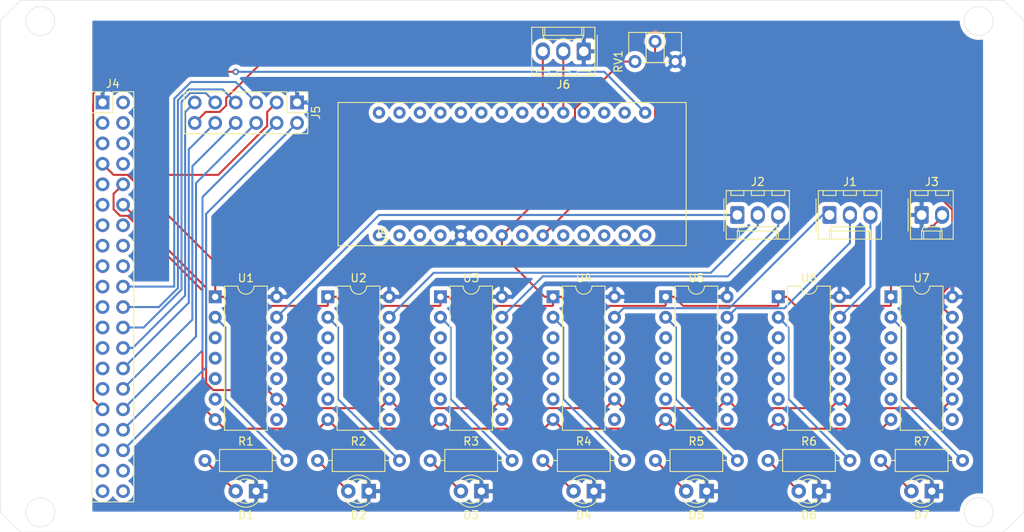
<source format=kicad_pcb>
(kicad_pcb (version 20171130) (host pcbnew 5.1.5+dfsg1-2build2)
  (layers (0 F.Cu signal) (31 B.Cu signal) (34 B.Paste user) (35 F.Paste user) (36 B.SilkS user) (37 F.SilkS user) (38 B.Mask user) (39 F.Mask user) (44 Edge.Cuts user))
  (net 0 "")
  (net 1 "Net-(D1-Pad2)")
  (net 2 GND)
  (net 3 "Net-(D2-Pad2)")
  (net 4 "Net-(D3-Pad2)")
  (net 5 "Net-(D4-Pad2)")
  (net 6 "Net-(D5-Pad2)")
  (net 7 "Net-(D6-Pad2)")
  (net 8 "Net-(D7-Pad2)")
  (net 9 /RFID6)
  (net 10 /RFID5)
  (net 11 /RFID4)
  (net 12 /RFID3)
  (net 13 /RFID2)
  (net 14 /RFID1)
  (net 15 +5V)
  (net 16 "Net-(J4-Pad40)")
  (net 17 "Net-(J4-Pad39)")
  (net 18 "Net-(J4-Pad38)")
  (net 19 "Net-(J4-Pad37)")
  (net 20 "Net-(J4-Pad36)")
  (net 21 "Net-(J4-Pad35)")
  (net 22 "Net-(J4-Pad34)")
  (net 23 "Net-(J4-Pad33)")
  (net 24 "Net-(J4-Pad32)")
  (net 25 "Net-(J4-Pad31)")
  (net 26 "Net-(J4-Pad30)")
  (net 27 "Net-(J4-Pad29)")
  (net 28 "Net-(J4-Pad28)")
  (net 29 "Net-(J4-Pad27)")
  (net 30 "Net-(J4-Pad26)")
  (net 31 "Net-(J4-Pad25)")
  (net 32 "Net-(J4-Pad24)")
  (net 33 "Net-(J4-Pad23)")
  (net 34 "Net-(J4-Pad22)")
  (net 35 "Net-(J4-Pad21)")
  (net 36 "Net-(J4-Pad20)")
  (net 37 "Net-(J4-Pad19)")
  (net 38 "Net-(J4-Pad18)")
  (net 39 "Net-(J4-Pad17)")
  (net 40 "Net-(J4-Pad16)")
  (net 41 "Net-(J4-Pad15)")
  (net 42 "Net-(J4-Pad14)")
  (net 43 "Net-(J4-Pad13)")
  (net 44 /SDA)
  (net 45 "Net-(J4-Pad11)")
  (net 46 /SCL)
  (net 47 "Net-(J4-Pad9)")
  (net 48 "Net-(J4-Pad8)")
  (net 49 "Net-(J4-Pad6)")
  (net 50 "Net-(J4-Pad5)")
  (net 51 "Net-(J4-Pad4)")
  (net 52 "Net-(J4-Pad3)")
  (net 53 "Net-(J4-Pad2)")
  (net 54 "Net-(J5-Pad12)")
  (net 55 "Net-(J6-Pad3)")
  (net 56 "Net-(J6-Pad2)")
  (net 57 "Net-(R1-Pad2)")
  (net 58 "Net-(R2-Pad2)")
  (net 59 "Net-(R3-Pad2)")
  (net 60 "Net-(R4-Pad2)")
  (net 61 "Net-(R5-Pad2)")
  (net 62 "Net-(R6-Pad2)")
  (net 63 "Net-(R7-Pad2)")
  (net 64 "Net-(RV1-Pad2)")
  (net 65 "Net-(U1-Pad6)")
  (net 66 "Net-(U1-Pad12)")
  (net 67 "Net-(U1-Pad5)")
  (net 68 "Net-(U1-Pad11)")
  (net 69 "Net-(U1-Pad4)")
  (net 70 "Net-(U1-Pad10)")
  (net 71 "Net-(U1-Pad3)")
  (net 72 "Net-(U1-Pad8)")
  (net 73 "Net-(U2-Pad6)")
  (net 74 "Net-(U2-Pad12)")
  (net 75 "Net-(U2-Pad5)")
  (net 76 "Net-(U2-Pad11)")
  (net 77 "Net-(U2-Pad4)")
  (net 78 "Net-(U2-Pad10)")
  (net 79 "Net-(U2-Pad3)")
  (net 80 "Net-(U2-Pad8)")
  (net 81 "Net-(U3-Pad6)")
  (net 82 "Net-(U3-Pad12)")
  (net 83 "Net-(U3-Pad5)")
  (net 84 "Net-(U3-Pad11)")
  (net 85 "Net-(U3-Pad4)")
  (net 86 "Net-(U3-Pad10)")
  (net 87 "Net-(U3-Pad3)")
  (net 88 "Net-(U3-Pad8)")
  (net 89 "Net-(U4-Pad6)")
  (net 90 "Net-(U4-Pad12)")
  (net 91 "Net-(U4-Pad5)")
  (net 92 "Net-(U4-Pad11)")
  (net 93 "Net-(U4-Pad4)")
  (net 94 "Net-(U4-Pad10)")
  (net 95 "Net-(U4-Pad3)")
  (net 96 "Net-(U4-Pad8)")
  (net 97 "Net-(U5-Pad6)")
  (net 98 "Net-(U5-Pad12)")
  (net 99 "Net-(U5-Pad5)")
  (net 100 "Net-(U5-Pad11)")
  (net 101 "Net-(U5-Pad4)")
  (net 102 "Net-(U5-Pad10)")
  (net 103 "Net-(U5-Pad3)")
  (net 104 "Net-(U5-Pad8)")
  (net 105 "Net-(U6-Pad6)")
  (net 106 "Net-(U6-Pad12)")
  (net 107 "Net-(U6-Pad5)")
  (net 108 "Net-(U6-Pad11)")
  (net 109 "Net-(U6-Pad4)")
  (net 110 "Net-(U6-Pad10)")
  (net 111 "Net-(U6-Pad3)")
  (net 112 "Net-(U6-Pad8)")
  (net 113 "Net-(U7-Pad6)")
  (net 114 "Net-(U7-Pad12)")
  (net 115 "Net-(U7-Pad5)")
  (net 116 "Net-(U7-Pad11)")
  (net 117 "Net-(U7-Pad4)")
  (net 118 "Net-(U7-Pad10)")
  (net 119 "Net-(U7-Pad3)")
  (net 120 "Net-(U7-Pad8)")
  (net 121 "Net-(U8-Pad28)")
  (net 122 "Net-(U8-Pad27)")
  (net 123 "Net-(U8-Pad26)")
  (net 124 "Net-(U8-Pad25)")
  (net 125 "Net-(U8-Pad24)")
  (net 126 "Net-(U8-Pad23)")
  (net 127 "Net-(U8-Pad22)")
  (net 128 "Net-(U8-Pad21)")
  (net 129 "Net-(U8-Pad18)")
  (net 130 "Net-(U8-Pad17)")
  (net 131 "Net-(U8-Pad16)")
  (net 132 "Net-(U8-Pad14)")
  (net 133 "Net-(U8-Pad13)")
  (net 134 "Net-(U8-Pad12)")
  (net 135 "Net-(U8-Pad11)")
  (net 136 "Net-(U8-Pad10)")
  (net 137 "Net-(U8-Pad8)")
  (net 138 "Net-(U8-Pad6)")
  (net 139 "Net-(U8-Pad4)")
  (net 140 "Net-(U8-Pad3)")
  (net 141 "Net-(U8-Pad2)")
  (net 142 "Net-(U8-Pad1)")
  (module LED_THT:LED_D3.0mm (layer F.Cu) (at 115.57 119.38 180)
    (fp_text reference D1 (at 1.27 -2.96) (layer F.SilkS))
    (fp_text value LED)
    (pad 2 thru_hole circle (at 2.54 0 180) (size 1.8 1.8) (drill 0.9) (layers *.Cu *.Mask) (net 1 "Net-(D1-Pad2)"))
    (pad 1 thru_hole rect (at 0 0 180) (size 1.8 1.8) (drill 0.9) (layers *.Cu *.Mask) (net 2 GND))
  )
  (module LED_THT:LED_D3.0mm (layer F.Cu) (at 129.54 119.38 180)
    (fp_text reference D2 (at 1.27 -2.96) (layer F.SilkS))
    (fp_text value LED)
    (pad 1 thru_hole rect (at 0 0 180) (size 1.8 1.8) (drill 0.9) (layers *.Cu *.Mask) (net 2 GND))
    (pad 2 thru_hole circle (at 2.54 0 180) (size 1.8 1.8) (drill 0.9) (layers *.Cu *.Mask) (net 3 "Net-(D2-Pad2)"))
  )
  (module LED_THT:LED_D3.0mm (layer F.Cu) (at 143.51 119.38 180)
    (fp_text reference D3 (at 1.27 -2.96) (layer F.SilkS))
    (fp_text value LED)
    (pad 2 thru_hole circle (at 2.54 0 180) (size 1.8 1.8) (drill 0.9) (layers *.Cu *.Mask) (net 4 "Net-(D3-Pad2)"))
    (pad 1 thru_hole rect (at 0 0 180) (size 1.8 1.8) (drill 0.9) (layers *.Cu *.Mask) (net 2 GND))
  )
  (module LED_THT:LED_D3.0mm (layer F.Cu) (at 157.48 119.38 180)
    (fp_text reference D4 (at 1.27 -2.96) (layer F.SilkS))
    (fp_text value LED)
    (pad 1 thru_hole rect (at 0 0 180) (size 1.8 1.8) (drill 0.9) (layers *.Cu *.Mask) (net 2 GND))
    (pad 2 thru_hole circle (at 2.54 0 180) (size 1.8 1.8) (drill 0.9) (layers *.Cu *.Mask) (net 5 "Net-(D4-Pad2)"))
  )
  (module LED_THT:LED_D3.0mm (layer F.Cu) (at 171.45 119.38 180)
    (fp_text reference D5 (at 1.27 -2.96) (layer F.SilkS))
    (fp_text value LED)
    (pad 2 thru_hole circle (at 2.54 0 180) (size 1.8 1.8) (drill 0.9) (layers *.Cu *.Mask) (net 6 "Net-(D5-Pad2)"))
    (pad 1 thru_hole rect (at 0 0 180) (size 1.8 1.8) (drill 0.9) (layers *.Cu *.Mask) (net 2 GND))
  )
  (module LED_THT:LED_D3.0mm (layer F.Cu) (at 185.42 119.38 180)
    (fp_text reference D6 (at 1.27 -2.96) (layer F.SilkS))
    (fp_text value LED)
    (pad 1 thru_hole rect (at 0 0 180) (size 1.8 1.8) (drill 0.9) (layers *.Cu *.Mask) (net 2 GND))
    (pad 2 thru_hole circle (at 2.54 0 180) (size 1.8 1.8) (drill 0.9) (layers *.Cu *.Mask) (net 7 "Net-(D6-Pad2)"))
  )
  (module LED_THT:LED_D3.0mm (layer F.Cu) (at 199.39 119.38 180)
    (fp_text reference D7 (at 1.27 -2.96) (layer F.SilkS))
    (fp_text value LED)
    (pad 1 thru_hole rect (at 0 0 180) (size 1.8 1.8) (drill 0.9) (layers *.Cu *.Mask) (net 2 GND))
    (pad 2 thru_hole circle (at 2.54 0 180) (size 1.8 1.8) (drill 0.9) (layers *.Cu *.Mask) (net 8 "Net-(D7-Pad2)"))
  )
  (module Connector_Molex:Molex_KK-254_AE-6410-03A_1x03_P2.54mm_Vertical (layer F.Cu) (at 186.69 85.09)
    (fp_text reference J1 (at 2.54 -4.12) (layer F.SilkS))
    (fp_text value Conn_01x03)
    (pad 3 thru_hole oval (at 5.08 0) (size 1.74 2.2) (drill 1.2) (layers *.Cu *.Mask) (net 9 /RFID6))
    (pad 2 thru_hole oval (at 2.54 0) (size 1.74 2.2) (drill 1.2) (layers *.Cu *.Mask) (net 10 /RFID5))
    (pad 1 thru_hole roundrect (at 0 0) (size 1.74 2.2) (drill 1.2) (layers *.Cu *.Mask) (roundrect_rratio 0.143678) (net 11 /RFID4))
  )
  (module Connector_Molex:Molex_KK-254_AE-6410-03A_1x03_P2.54mm_Vertical (layer F.Cu) (at 175.26 85.09)
    (fp_text reference J2 (at 2.54 -4.12) (layer F.SilkS))
    (fp_text value Conn_01x03)
    (pad 1 thru_hole roundrect (at 0 0) (size 1.74 2.2) (drill 1.2) (layers *.Cu *.Mask) (roundrect_rratio 0.143678) (net 14 /RFID1))
    (pad 2 thru_hole oval (at 2.54 0) (size 1.74 2.2) (drill 1.2) (layers *.Cu *.Mask) (net 13 /RFID2))
    (pad 3 thru_hole oval (at 5.08 0) (size 1.74 2.2) (drill 1.2) (layers *.Cu *.Mask) (net 12 /RFID3))
  )
  (module Connector_Molex:Molex_KK-254_AE-6410-02A_1x02_P2.54mm_Vertical (layer F.Cu) (at 198.12 85.09)
    (fp_text reference J3 (at 1.27 -4.12) (layer F.SilkS))
    (fp_text value Conn_01x02)
    (pad 1 thru_hole roundrect (at 0 0) (size 1.74 2.2) (drill 1.2) (layers *.Cu *.Mask) (roundrect_rratio 0.143678) (net 2 GND))
    (pad 2 thru_hole oval (at 2.54 0) (size 1.74 2.2) (drill 1.2) (layers *.Cu *.Mask) (net 15 +5V))
  )
  (module Connector_PinHeader_2.54mm:PinHeader_2x20_P2.54mm_Vertical (layer F.Cu) (at 96.52 71.12)
    (fp_text reference J4 (at 1.27 -2.33) (layer F.SilkS))
    (fp_text value SMM_Mega_Shield_Connector)
    (pad 1 thru_hole rect (at 0 0) (size 1.7 1.7) (drill 1) (layers *.Cu *.Mask) (net 2 GND))
    (pad 2 thru_hole oval (at 2.54 0) (size 1.7 1.7) (drill 1) (layers *.Cu *.Mask) (net 53 "Net-(J4-Pad2)"))
    (pad 3 thru_hole oval (at 0 2.54) (size 1.7 1.7) (drill 1) (layers *.Cu *.Mask) (net 52 "Net-(J4-Pad3)"))
    (pad 4 thru_hole oval (at 2.54 2.54) (size 1.7 1.7) (drill 1) (layers *.Cu *.Mask) (net 51 "Net-(J4-Pad4)"))
    (pad 5 thru_hole oval (at 0 5.08) (size 1.7 1.7) (drill 1) (layers *.Cu *.Mask) (net 50 "Net-(J4-Pad5)"))
    (pad 6 thru_hole oval (at 2.54 5.08) (size 1.7 1.7) (drill 1) (layers *.Cu *.Mask) (net 49 "Net-(J4-Pad6)"))
    (pad 7 thru_hole oval (at 0 7.62) (size 1.7 1.7) (drill 1) (layers *.Cu *.Mask) (net 15 +5V))
    (pad 8 thru_hole oval (at 2.54 7.62) (size 1.7 1.7) (drill 1) (layers *.Cu *.Mask) (net 48 "Net-(J4-Pad8)"))
    (pad 9 thru_hole oval (at 0 10.16) (size 1.7 1.7) (drill 1) (layers *.Cu *.Mask) (net 47 "Net-(J4-Pad9)"))
    (pad 10 thru_hole oval (at 2.54 10.16) (size 1.7 1.7) (drill 1) (layers *.Cu *.Mask) (net 46 /SCL))
    (pad 11 thru_hole oval (at 0 12.7) (size 1.7 1.7) (drill 1) (layers *.Cu *.Mask) (net 45 "Net-(J4-Pad11)"))
    (pad 12 thru_hole oval (at 2.54 12.7) (size 1.7 1.7) (drill 1) (layers *.Cu *.Mask) (net 44 /SDA))
    (pad 13 thru_hole oval (at 0 15.24) (size 1.7 1.7) (drill 1) (layers *.Cu *.Mask) (net 43 "Net-(J4-Pad13)"))
    (pad 14 thru_hole oval (at 2.54 15.24) (size 1.7 1.7) (drill 1) (layers *.Cu *.Mask) (net 42 "Net-(J4-Pad14)"))
    (pad 15 thru_hole oval (at 0 17.78) (size 1.7 1.7) (drill 1) (layers *.Cu *.Mask) (net 41 "Net-(J4-Pad15)"))
    (pad 16 thru_hole oval (at 2.54 17.78) (size 1.7 1.7) (drill 1) (layers *.Cu *.Mask) (net 40 "Net-(J4-Pad16)"))
    (pad 17 thru_hole oval (at 0 20.32) (size 1.7 1.7) (drill 1) (layers *.Cu *.Mask) (net 39 "Net-(J4-Pad17)"))
    (pad 18 thru_hole oval (at 2.54 20.32) (size 1.7 1.7) (drill 1) (layers *.Cu *.Mask) (net 38 "Net-(J4-Pad18)"))
    (pad 19 thru_hole oval (at 0 22.86) (size 1.7 1.7) (drill 1) (layers *.Cu *.Mask) (net 37 "Net-(J4-Pad19)"))
    (pad 20 thru_hole oval (at 2.54 22.86) (size 1.7 1.7) (drill 1) (layers *.Cu *.Mask) (net 36 "Net-(J4-Pad20)"))
    (pad 21 thru_hole oval (at 0 25.4) (size 1.7 1.7) (drill 1) (layers *.Cu *.Mask) (net 35 "Net-(J4-Pad21)"))
    (pad 22 thru_hole oval (at 2.54 25.4) (size 1.7 1.7) (drill 1) (layers *.Cu *.Mask) (net 34 "Net-(J4-Pad22)"))
    (pad 23 thru_hole oval (at 0 27.94) (size 1.7 1.7) (drill 1) (layers *.Cu *.Mask) (net 33 "Net-(J4-Pad23)"))
    (pad 24 thru_hole oval (at 2.54 27.94) (size 1.7 1.7) (drill 1) (layers *.Cu *.Mask) (net 32 "Net-(J4-Pad24)"))
    (pad 25 thru_hole oval (at 0 30.48) (size 1.7 1.7) (drill 1) (layers *.Cu *.Mask) (net 31 "Net-(J4-Pad25)"))
    (pad 26 thru_hole oval (at 2.54 30.48) (size 1.7 1.7) (drill 1) (layers *.Cu *.Mask) (net 30 "Net-(J4-Pad26)"))
    (pad 27 thru_hole oval (at 0 33.02) (size 1.7 1.7) (drill 1) (layers *.Cu *.Mask) (net 29 "Net-(J4-Pad27)"))
    (pad 28 thru_hole oval (at 2.54 33.02) (size 1.7 1.7) (drill 1) (layers *.Cu *.Mask) (net 28 "Net-(J4-Pad28)"))
    (pad 29 thru_hole oval (at 0 35.56) (size 1.7 1.7) (drill 1) (layers *.Cu *.Mask) (net 27 "Net-(J4-Pad29)"))
    (pad 30 thru_hole oval (at 2.54 35.56) (size 1.7 1.7) (drill 1) (layers *.Cu *.Mask) (net 26 "Net-(J4-Pad30)"))
    (pad 31 thru_hole oval (at 0 38.1) (size 1.7 1.7) (drill 1) (layers *.Cu *.Mask) (net 25 "Net-(J4-Pad31)"))
    (pad 32 thru_hole oval (at 2.54 38.1) (size 1.7 1.7) (drill 1) (layers *.Cu *.Mask) (net 24 "Net-(J4-Pad32)"))
    (pad 33 thru_hole oval (at 0 40.64) (size 1.7 1.7) (drill 1) (layers *.Cu *.Mask) (net 23 "Net-(J4-Pad33)"))
    (pad 34 thru_hole oval (at 2.54 40.64) (size 1.7 1.7) (drill 1) (layers *.Cu *.Mask) (net 22 "Net-(J4-Pad34)"))
    (pad 35 thru_hole oval (at 0 43.18) (size 1.7 1.7) (drill 1) (layers *.Cu *.Mask) (net 21 "Net-(J4-Pad35)"))
    (pad 36 thru_hole oval (at 2.54 43.18) (size 1.7 1.7) (drill 1) (layers *.Cu *.Mask) (net 20 "Net-(J4-Pad36)"))
    (pad 37 thru_hole oval (at 0 45.72) (size 1.7 1.7) (drill 1) (layers *.Cu *.Mask) (net 19 "Net-(J4-Pad37)"))
    (pad 38 thru_hole oval (at 2.54 45.72) (size 1.7 1.7) (drill 1) (layers *.Cu *.Mask) (net 18 "Net-(J4-Pad38)"))
    (pad 39 thru_hole oval (at 0 48.26) (size 1.7 1.7) (drill 1) (layers *.Cu *.Mask) (net 17 "Net-(J4-Pad39)"))
    (pad 40 thru_hole oval (at 2.54 48.26) (size 1.7 1.7) (drill 1) (layers *.Cu *.Mask) (net 16 "Net-(J4-Pad40)"))
  )
  (module Connector_PinHeader_2.54mm:PinHeader_2x06_P2.54mm_Vertical (layer F.Cu) (at 120.65 71.12 270)
    (fp_text reference J5 (at 1.27 -2.33 90) (layer F.SilkS))
    (fp_text value Conn_02x06_Odd_Even)
    (pad 1 thru_hole rect (at 0 0 270) (size 1.7 1.7) (drill 1) (layers *.Cu *.Mask) (net 2 GND))
    (pad 2 thru_hole oval (at 2.54 0 270) (size 1.7 1.7) (drill 1) (layers *.Cu *.Mask) (net 20 "Net-(J4-Pad36)"))
    (pad 3 thru_hole oval (at 0 2.54 270) (size 1.7 1.7) (drill 1) (layers *.Cu *.Mask) (net 15 +5V))
    (pad 4 thru_hole oval (at 2.54 2.54 270) (size 1.7 1.7) (drill 1) (layers *.Cu *.Mask) (net 22 "Net-(J4-Pad34)"))
    (pad 5 thru_hole oval (at 0 5.08 270) (size 1.7 1.7) (drill 1) (layers *.Cu *.Mask) (net 36 "Net-(J4-Pad20)"))
    (pad 6 thru_hole oval (at 2.54 5.08 270) (size 1.7 1.7) (drill 1) (layers *.Cu *.Mask) (net 24 "Net-(J4-Pad32)"))
    (pad 7 thru_hole oval (at 0 7.62 270) (size 1.7 1.7) (drill 1) (layers *.Cu *.Mask) (net 34 "Net-(J4-Pad22)"))
    (pad 8 thru_hole oval (at 2.54 7.62 270) (size 1.7 1.7) (drill 1) (layers *.Cu *.Mask) (net 26 "Net-(J4-Pad30)"))
    (pad 9 thru_hole oval (at 0 10.16 270) (size 1.7 1.7) (drill 1) (layers *.Cu *.Mask) (net 32 "Net-(J4-Pad24)"))
    (pad 10 thru_hole oval (at 2.54 10.16 270) (size 1.7 1.7) (drill 1) (layers *.Cu *.Mask) (net 28 "Net-(J4-Pad28)"))
    (pad 11 thru_hole oval (at 0 12.7 270) (size 1.7 1.7) (drill 1) (layers *.Cu *.Mask) (net 30 "Net-(J4-Pad26)"))
    (pad 12 thru_hole oval (at 2.54 12.7 270) (size 1.7 1.7) (drill 1) (layers *.Cu *.Mask) (net 54 "Net-(J5-Pad12)"))
  )
  (module Connector_Molex:Molex_KK-254_AE-6410-03A_1x03_P2.54mm_Vertical (layer F.Cu) (at 156.21 64.77 180)
    (fp_text reference J6 (at 2.54 -4.12) (layer F.SilkS))
    (fp_text value Conn_01x03)
    (pad 1 thru_hole roundrect (at 0 0 180) (size 1.74 2.2) (drill 1.2) (layers *.Cu *.Mask) (roundrect_rratio 0.143678) (net 2 GND))
    (pad 2 thru_hole oval (at 2.54 0 180) (size 1.74 2.2) (drill 1.2) (layers *.Cu *.Mask) (net 56 "Net-(J6-Pad2)"))
    (pad 3 thru_hole oval (at 5.08 0 180) (size 1.74 2.2) (drill 1.2) (layers *.Cu *.Mask) (net 55 "Net-(J6-Pad3)"))
  )
  (module Resistor_THT:R_Axial_DIN0207_L6.3mm_D2.5mm_P10.16mm_Horizontal (layer F.Cu) (at 109.22 115.57)
    (fp_text reference R1 (at 5.08 -2.37) (layer F.SilkS))
    (fp_text value R)
    (pad 1 thru_hole circle (at 0 0) (size 1.6 1.6) (drill 0.8) (layers *.Cu *.Mask) (net 1 "Net-(D1-Pad2)"))
    (pad 2 thru_hole oval (at 10.16 0) (size 1.6 1.6) (drill 0.8) (layers *.Cu *.Mask) (net 57 "Net-(R1-Pad2)"))
  )
  (module Resistor_THT:R_Axial_DIN0207_L6.3mm_D2.5mm_P10.16mm_Horizontal (layer F.Cu) (at 123.19 115.57)
    (fp_text reference R2 (at 5.08 -2.37) (layer F.SilkS))
    (fp_text value R)
    (pad 1 thru_hole circle (at 0 0) (size 1.6 1.6) (drill 0.8) (layers *.Cu *.Mask) (net 3 "Net-(D2-Pad2)"))
    (pad 2 thru_hole oval (at 10.16 0) (size 1.6 1.6) (drill 0.8) (layers *.Cu *.Mask) (net 58 "Net-(R2-Pad2)"))
  )
  (module Resistor_THT:R_Axial_DIN0207_L6.3mm_D2.5mm_P10.16mm_Horizontal (layer F.Cu) (at 137.16 115.57)
    (fp_text reference R3 (at 5.08 -2.37) (layer F.SilkS))
    (fp_text value R)
    (pad 1 thru_hole circle (at 0 0) (size 1.6 1.6) (drill 0.8) (layers *.Cu *.Mask) (net 4 "Net-(D3-Pad2)"))
    (pad 2 thru_hole oval (at 10.16 0) (size 1.6 1.6) (drill 0.8) (layers *.Cu *.Mask) (net 59 "Net-(R3-Pad2)"))
  )
  (module Resistor_THT:R_Axial_DIN0207_L6.3mm_D2.5mm_P10.16mm_Horizontal (layer F.Cu) (at 151.13 115.57)
    (fp_text reference R4 (at 5.08 -2.37) (layer F.SilkS))
    (fp_text value R)
    (pad 2 thru_hole oval (at 10.16 0) (size 1.6 1.6) (drill 0.8) (layers *.Cu *.Mask) (net 60 "Net-(R4-Pad2)"))
    (pad 1 thru_hole circle (at 0 0) (size 1.6 1.6) (drill 0.8) (layers *.Cu *.Mask) (net 5 "Net-(D4-Pad2)"))
  )
  (module Resistor_THT:R_Axial_DIN0207_L6.3mm_D2.5mm_P10.16mm_Horizontal (layer F.Cu) (at 165.1 115.57)
    (fp_text reference R5 (at 5.08 -2.37) (layer F.SilkS))
    (fp_text value R)
    (pad 2 thru_hole oval (at 10.16 0) (size 1.6 1.6) (drill 0.8) (layers *.Cu *.Mask) (net 61 "Net-(R5-Pad2)"))
    (pad 1 thru_hole circle (at 0 0) (size 1.6 1.6) (drill 0.8) (layers *.Cu *.Mask) (net 6 "Net-(D5-Pad2)"))
  )
  (module Resistor_THT:R_Axial_DIN0207_L6.3mm_D2.5mm_P10.16mm_Horizontal (layer F.Cu) (at 179.07 115.57)
    (fp_text reference R6 (at 5.08 -2.37) (layer F.SilkS))
    (fp_text value R)
    (pad 2 thru_hole oval (at 10.16 0) (size 1.6 1.6) (drill 0.8) (layers *.Cu *.Mask) (net 62 "Net-(R6-Pad2)"))
    (pad 1 thru_hole circle (at 0 0) (size 1.6 1.6) (drill 0.8) (layers *.Cu *.Mask) (net 7 "Net-(D6-Pad2)"))
  )
  (module Resistor_THT:R_Axial_DIN0207_L6.3mm_D2.5mm_P10.16mm_Horizontal (layer F.Cu) (at 193.04 115.57)
    (fp_text reference R7 (at 5.08 -2.37) (layer F.SilkS))
    (fp_text value R)
    (pad 1 thru_hole circle (at 0 0) (size 1.6 1.6) (drill 0.8) (layers *.Cu *.Mask) (net 8 "Net-(D7-Pad2)"))
    (pad 2 thru_hole oval (at 10.16 0) (size 1.6 1.6) (drill 0.8) (layers *.Cu *.Mask) (net 63 "Net-(R7-Pad2)"))
  )
  (module Potentiometer_THT:Potentiometer_ACP_CA6-H2,5_Horizontal (layer F.Cu) (at 162.56 66.04 90)
    (fp_text reference RV1 (at 0 -2.06 90) (layer F.SilkS))
    (fp_text value R_POT)
    (pad 3 thru_hole circle (at 0 5 90) (size 1.62 1.62) (drill 0.9) (layers *.Cu *.Mask) (net 2 GND))
    (pad 2 thru_hole circle (at 2.5 2.5 90) (size 1.62 1.62) (drill 0.9) (layers *.Cu *.Mask) (net 64 "Net-(RV1-Pad2)"))
    (pad 1 thru_hole circle (at 0 0 90) (size 1.62 1.62) (drill 0.9) (layers *.Cu *.Mask) (net 15 +5V))
  )
  (module Package_DIP:DIP-14_W7.62mm (layer F.Cu) (at 110.49 95.25)
    (fp_text reference U1 (at 3.81 -2.33) (layer F.SilkS))
    (fp_text value ATtiny84-20PU)
    (pad 1 thru_hole rect (at 0 0) (size 1.6 1.6) (drill 0.8) (layers *.Cu *.Mask) (net 15 +5V))
    (pad 8 thru_hole oval (at 7.62 15.24) (size 1.6 1.6) (drill 0.8) (layers *.Cu *.Mask) (net 72 "Net-(U1-Pad8)"))
    (pad 2 thru_hole oval (at 0 2.54) (size 1.6 1.6) (drill 0.8) (layers *.Cu *.Mask) (net 57 "Net-(R1-Pad2)"))
    (pad 9 thru_hole oval (at 7.62 12.7) (size 1.6 1.6) (drill 0.8) (layers *.Cu *.Mask) (net 44 /SDA))
    (pad 3 thru_hole oval (at 0 5.08) (size 1.6 1.6) (drill 0.8) (layers *.Cu *.Mask) (net 71 "Net-(U1-Pad3)"))
    (pad 10 thru_hole oval (at 7.62 10.16) (size 1.6 1.6) (drill 0.8) (layers *.Cu *.Mask) (net 70 "Net-(U1-Pad10)"))
    (pad 4 thru_hole oval (at 0 7.62) (size 1.6 1.6) (drill 0.8) (layers *.Cu *.Mask) (net 69 "Net-(U1-Pad4)"))
    (pad 11 thru_hole oval (at 7.62 7.62) (size 1.6 1.6) (drill 0.8) (layers *.Cu *.Mask) (net 68 "Net-(U1-Pad11)"))
    (pad 5 thru_hole oval (at 0 10.16) (size 1.6 1.6) (drill 0.8) (layers *.Cu *.Mask) (net 67 "Net-(U1-Pad5)"))
    (pad 12 thru_hole oval (at 7.62 5.08) (size 1.6 1.6) (drill 0.8) (layers *.Cu *.Mask) (net 66 "Net-(U1-Pad12)"))
    (pad 6 thru_hole oval (at 0 12.7) (size 1.6 1.6) (drill 0.8) (layers *.Cu *.Mask) (net 65 "Net-(U1-Pad6)"))
    (pad 13 thru_hole oval (at 7.62 2.54) (size 1.6 1.6) (drill 0.8) (layers *.Cu *.Mask) (net 14 /RFID1))
    (pad 7 thru_hole oval (at 0 15.24) (size 1.6 1.6) (drill 0.8) (layers *.Cu *.Mask) (net 46 /SCL))
    (pad 14 thru_hole oval (at 7.62 0) (size 1.6 1.6) (drill 0.8) (layers *.Cu *.Mask) (net 2 GND))
  )
  (module Package_DIP:DIP-14_W7.62mm (layer F.Cu) (at 124.46 95.25)
    (fp_text reference U2 (at 3.81 -2.33) (layer F.SilkS))
    (fp_text value ATtiny84-20PU)
    (pad 14 thru_hole oval (at 7.62 0) (size 1.6 1.6) (drill 0.8) (layers *.Cu *.Mask) (net 2 GND))
    (pad 7 thru_hole oval (at 0 15.24) (size 1.6 1.6) (drill 0.8) (layers *.Cu *.Mask) (net 46 /SCL))
    (pad 13 thru_hole oval (at 7.62 2.54) (size 1.6 1.6) (drill 0.8) (layers *.Cu *.Mask) (net 13 /RFID2))
    (pad 6 thru_hole oval (at 0 12.7) (size 1.6 1.6) (drill 0.8) (layers *.Cu *.Mask) (net 73 "Net-(U2-Pad6)"))
    (pad 12 thru_hole oval (at 7.62 5.08) (size 1.6 1.6) (drill 0.8) (layers *.Cu *.Mask) (net 74 "Net-(U2-Pad12)"))
    (pad 5 thru_hole oval (at 0 10.16) (size 1.6 1.6) (drill 0.8) (layers *.Cu *.Mask) (net 75 "Net-(U2-Pad5)"))
    (pad 11 thru_hole oval (at 7.62 7.62) (size 1.6 1.6) (drill 0.8) (layers *.Cu *.Mask) (net 76 "Net-(U2-Pad11)"))
    (pad 4 thru_hole oval (at 0 7.62) (size 1.6 1.6) (drill 0.8) (layers *.Cu *.Mask) (net 77 "Net-(U2-Pad4)"))
    (pad 10 thru_hole oval (at 7.62 10.16) (size 1.6 1.6) (drill 0.8) (layers *.Cu *.Mask) (net 78 "Net-(U2-Pad10)"))
    (pad 3 thru_hole oval (at 0 5.08) (size 1.6 1.6) (drill 0.8) (layers *.Cu *.Mask) (net 79 "Net-(U2-Pad3)"))
    (pad 9 thru_hole oval (at 7.62 12.7) (size 1.6 1.6) (drill 0.8) (layers *.Cu *.Mask) (net 44 /SDA))
    (pad 2 thru_hole oval (at 0 2.54) (size 1.6 1.6) (drill 0.8) (layers *.Cu *.Mask) (net 58 "Net-(R2-Pad2)"))
    (pad 8 thru_hole oval (at 7.62 15.24) (size 1.6 1.6) (drill 0.8) (layers *.Cu *.Mask) (net 80 "Net-(U2-Pad8)"))
    (pad 1 thru_hole rect (at 0 0) (size 1.6 1.6) (drill 0.8) (layers *.Cu *.Mask) (net 15 +5V))
  )
  (module Package_DIP:DIP-14_W7.62mm (layer F.Cu) (at 138.43 95.25)
    (fp_text reference U3 (at 3.81 -2.33) (layer F.SilkS))
    (fp_text value ATtiny84-20PU)
    (pad 1 thru_hole rect (at 0 0) (size 1.6 1.6) (drill 0.8) (layers *.Cu *.Mask) (net 15 +5V))
    (pad 8 thru_hole oval (at 7.62 15.24) (size 1.6 1.6) (drill 0.8) (layers *.Cu *.Mask) (net 88 "Net-(U3-Pad8)"))
    (pad 2 thru_hole oval (at 0 2.54) (size 1.6 1.6) (drill 0.8) (layers *.Cu *.Mask) (net 59 "Net-(R3-Pad2)"))
    (pad 9 thru_hole oval (at 7.62 12.7) (size 1.6 1.6) (drill 0.8) (layers *.Cu *.Mask) (net 44 /SDA))
    (pad 3 thru_hole oval (at 0 5.08) (size 1.6 1.6) (drill 0.8) (layers *.Cu *.Mask) (net 87 "Net-(U3-Pad3)"))
    (pad 10 thru_hole oval (at 7.62 10.16) (size 1.6 1.6) (drill 0.8) (layers *.Cu *.Mask) (net 86 "Net-(U3-Pad10)"))
    (pad 4 thru_hole oval (at 0 7.62) (size 1.6 1.6) (drill 0.8) (layers *.Cu *.Mask) (net 85 "Net-(U3-Pad4)"))
    (pad 11 thru_hole oval (at 7.62 7.62) (size 1.6 1.6) (drill 0.8) (layers *.Cu *.Mask) (net 84 "Net-(U3-Pad11)"))
    (pad 5 thru_hole oval (at 0 10.16) (size 1.6 1.6) (drill 0.8) (layers *.Cu *.Mask) (net 83 "Net-(U3-Pad5)"))
    (pad 12 thru_hole oval (at 7.62 5.08) (size 1.6 1.6) (drill 0.8) (layers *.Cu *.Mask) (net 82 "Net-(U3-Pad12)"))
    (pad 6 thru_hole oval (at 0 12.7) (size 1.6 1.6) (drill 0.8) (layers *.Cu *.Mask) (net 81 "Net-(U3-Pad6)"))
    (pad 13 thru_hole oval (at 7.62 2.54) (size 1.6 1.6) (drill 0.8) (layers *.Cu *.Mask) (net 12 /RFID3))
    (pad 7 thru_hole oval (at 0 15.24) (size 1.6 1.6) (drill 0.8) (layers *.Cu *.Mask) (net 46 /SCL))
    (pad 14 thru_hole oval (at 7.62 0) (size 1.6 1.6) (drill 0.8) (layers *.Cu *.Mask) (net 2 GND))
  )
  (module Package_DIP:DIP-14_W7.62mm (layer F.Cu) (at 152.4 95.25)
    (fp_text reference U4 (at 3.81 -2.33) (layer F.SilkS))
    (fp_text value ATtiny84-20PU)
    (pad 14 thru_hole oval (at 7.62 0) (size 1.6 1.6) (drill 0.8) (layers *.Cu *.Mask) (net 2 GND))
    (pad 7 thru_hole oval (at 0 15.24) (size 1.6 1.6) (drill 0.8) (layers *.Cu *.Mask) (net 46 /SCL))
    (pad 13 thru_hole oval (at 7.62 2.54) (size 1.6 1.6) (drill 0.8) (layers *.Cu *.Mask) (net 11 /RFID4))
    (pad 6 thru_hole oval (at 0 12.7) (size 1.6 1.6) (drill 0.8) (layers *.Cu *.Mask) (net 89 "Net-(U4-Pad6)"))
    (pad 12 thru_hole oval (at 7.62 5.08) (size 1.6 1.6) (drill 0.8) (layers *.Cu *.Mask) (net 90 "Net-(U4-Pad12)"))
    (pad 5 thru_hole oval (at 0 10.16) (size 1.6 1.6) (drill 0.8) (layers *.Cu *.Mask) (net 91 "Net-(U4-Pad5)"))
    (pad 11 thru_hole oval (at 7.62 7.62) (size 1.6 1.6) (drill 0.8) (layers *.Cu *.Mask) (net 92 "Net-(U4-Pad11)"))
    (pad 4 thru_hole oval (at 0 7.62) (size 1.6 1.6) (drill 0.8) (layers *.Cu *.Mask) (net 93 "Net-(U4-Pad4)"))
    (pad 10 thru_hole oval (at 7.62 10.16) (size 1.6 1.6) (drill 0.8) (layers *.Cu *.Mask) (net 94 "Net-(U4-Pad10)"))
    (pad 3 thru_hole oval (at 0 5.08) (size 1.6 1.6) (drill 0.8) (layers *.Cu *.Mask) (net 95 "Net-(U4-Pad3)"))
    (pad 9 thru_hole oval (at 7.62 12.7) (size 1.6 1.6) (drill 0.8) (layers *.Cu *.Mask) (net 44 /SDA))
    (pad 2 thru_hole oval (at 0 2.54) (size 1.6 1.6) (drill 0.8) (layers *.Cu *.Mask) (net 60 "Net-(R4-Pad2)"))
    (pad 8 thru_hole oval (at 7.62 15.24) (size 1.6 1.6) (drill 0.8) (layers *.Cu *.Mask) (net 96 "Net-(U4-Pad8)"))
    (pad 1 thru_hole rect (at 0 0) (size 1.6 1.6) (drill 0.8) (layers *.Cu *.Mask) (net 15 +5V))
  )
  (module Package_DIP:DIP-14_W7.62mm (layer F.Cu) (at 166.37 95.25)
    (fp_text reference U5 (at 3.81 -2.33) (layer F.SilkS))
    (fp_text value ATtiny84-20PU)
    (pad 1 thru_hole rect (at 0 0) (size 1.6 1.6) (drill 0.8) (layers *.Cu *.Mask) (net 15 +5V))
    (pad 8 thru_hole oval (at 7.62 15.24) (size 1.6 1.6) (drill 0.8) (layers *.Cu *.Mask) (net 104 "Net-(U5-Pad8)"))
    (pad 2 thru_hole oval (at 0 2.54) (size 1.6 1.6) (drill 0.8) (layers *.Cu *.Mask) (net 61 "Net-(R5-Pad2)"))
    (pad 9 thru_hole oval (at 7.62 12.7) (size 1.6 1.6) (drill 0.8) (layers *.Cu *.Mask) (net 44 /SDA))
    (pad 3 thru_hole oval (at 0 5.08) (size 1.6 1.6) (drill 0.8) (layers *.Cu *.Mask) (net 103 "Net-(U5-Pad3)"))
    (pad 10 thru_hole oval (at 7.62 10.16) (size 1.6 1.6) (drill 0.8) (layers *.Cu *.Mask) (net 102 "Net-(U5-Pad10)"))
    (pad 4 thru_hole oval (at 0 7.62) (size 1.6 1.6) (drill 0.8) (layers *.Cu *.Mask) (net 101 "Net-(U5-Pad4)"))
    (pad 11 thru_hole oval (at 7.62 7.62) (size 1.6 1.6) (drill 0.8) (layers *.Cu *.Mask) (net 100 "Net-(U5-Pad11)"))
    (pad 5 thru_hole oval (at 0 10.16) (size 1.6 1.6) (drill 0.8) (layers *.Cu *.Mask) (net 99 "Net-(U5-Pad5)"))
    (pad 12 thru_hole oval (at 7.62 5.08) (size 1.6 1.6) (drill 0.8) (layers *.Cu *.Mask) (net 98 "Net-(U5-Pad12)"))
    (pad 6 thru_hole oval (at 0 12.7) (size 1.6 1.6) (drill 0.8) (layers *.Cu *.Mask) (net 97 "Net-(U5-Pad6)"))
    (pad 13 thru_hole oval (at 7.62 2.54) (size 1.6 1.6) (drill 0.8) (layers *.Cu *.Mask) (net 10 /RFID5))
    (pad 7 thru_hole oval (at 0 15.24) (size 1.6 1.6) (drill 0.8) (layers *.Cu *.Mask) (net 46 /SCL))
    (pad 14 thru_hole oval (at 7.62 0) (size 1.6 1.6) (drill 0.8) (layers *.Cu *.Mask) (net 2 GND))
  )
  (module Package_DIP:DIP-14_W7.62mm (layer F.Cu) (at 180.34 95.25)
    (fp_text reference U6 (at 3.81 -2.33) (layer F.SilkS))
    (fp_text value ATtiny84-20PU)
    (pad 1 thru_hole rect (at 0 0) (size 1.6 1.6) (drill 0.8) (layers *.Cu *.Mask) (net 15 +5V))
    (pad 8 thru_hole oval (at 7.62 15.24) (size 1.6 1.6) (drill 0.8) (layers *.Cu *.Mask) (net 112 "Net-(U6-Pad8)"))
    (pad 2 thru_hole oval (at 0 2.54) (size 1.6 1.6) (drill 0.8) (layers *.Cu *.Mask) (net 62 "Net-(R6-Pad2)"))
    (pad 9 thru_hole oval (at 7.62 12.7) (size 1.6 1.6) (drill 0.8) (layers *.Cu *.Mask) (net 44 /SDA))
    (pad 3 thru_hole oval (at 0 5.08) (size 1.6 1.6) (drill 0.8) (layers *.Cu *.Mask) (net 111 "Net-(U6-Pad3)"))
    (pad 10 thru_hole oval (at 7.62 10.16) (size 1.6 1.6) (drill 0.8) (layers *.Cu *.Mask) (net 110 "Net-(U6-Pad10)"))
    (pad 4 thru_hole oval (at 0 7.62) (size 1.6 1.6) (drill 0.8) (layers *.Cu *.Mask) (net 109 "Net-(U6-Pad4)"))
    (pad 11 thru_hole oval (at 7.62 7.62) (size 1.6 1.6) (drill 0.8) (layers *.Cu *.Mask) (net 108 "Net-(U6-Pad11)"))
    (pad 5 thru_hole oval (at 0 10.16) (size 1.6 1.6) (drill 0.8) (layers *.Cu *.Mask) (net 107 "Net-(U6-Pad5)"))
    (pad 12 thru_hole oval (at 7.62 5.08) (size 1.6 1.6) (drill 0.8) (layers *.Cu *.Mask) (net 106 "Net-(U6-Pad12)"))
    (pad 6 thru_hole oval (at 0 12.7) (size 1.6 1.6) (drill 0.8) (layers *.Cu *.Mask) (net 105 "Net-(U6-Pad6)"))
    (pad 13 thru_hole oval (at 7.62 2.54) (size 1.6 1.6) (drill 0.8) (layers *.Cu *.Mask) (net 9 /RFID6))
    (pad 7 thru_hole oval (at 0 15.24) (size 1.6 1.6) (drill 0.8) (layers *.Cu *.Mask) (net 46 /SCL))
    (pad 14 thru_hole oval (at 7.62 0) (size 1.6 1.6) (drill 0.8) (layers *.Cu *.Mask) (net 2 GND))
  )
  (module Package_DIP:DIP-14_W7.62mm (layer F.Cu) (at 194.31 95.25)
    (fp_text reference U7 (at 3.81 -2.33) (layer F.SilkS))
    (fp_text value ATtiny84-20PU)
    (pad 14 thru_hole oval (at 7.62 0) (size 1.6 1.6) (drill 0.8) (layers *.Cu *.Mask) (net 2 GND))
    (pad 7 thru_hole oval (at 0 15.24) (size 1.6 1.6) (drill 0.8) (layers *.Cu *.Mask) (net 46 /SCL))
    (pad 13 thru_hole oval (at 7.62 2.54) (size 1.6 1.6) (drill 0.8) (layers *.Cu *.Mask) (net 54 "Net-(J5-Pad12)"))
    (pad 6 thru_hole oval (at 0 12.7) (size 1.6 1.6) (drill 0.8) (layers *.Cu *.Mask) (net 113 "Net-(U7-Pad6)"))
    (pad 12 thru_hole oval (at 7.62 5.08) (size 1.6 1.6) (drill 0.8) (layers *.Cu *.Mask) (net 114 "Net-(U7-Pad12)"))
    (pad 5 thru_hole oval (at 0 10.16) (size 1.6 1.6) (drill 0.8) (layers *.Cu *.Mask) (net 115 "Net-(U7-Pad5)"))
    (pad 11 thru_hole oval (at 7.62 7.62) (size 1.6 1.6) (drill 0.8) (layers *.Cu *.Mask) (net 116 "Net-(U7-Pad11)"))
    (pad 4 thru_hole oval (at 0 7.62) (size 1.6 1.6) (drill 0.8) (layers *.Cu *.Mask) (net 117 "Net-(U7-Pad4)"))
    (pad 10 thru_hole oval (at 7.62 10.16) (size 1.6 1.6) (drill 0.8) (layers *.Cu *.Mask) (net 118 "Net-(U7-Pad10)"))
    (pad 3 thru_hole oval (at 0 5.08) (size 1.6 1.6) (drill 0.8) (layers *.Cu *.Mask) (net 119 "Net-(U7-Pad3)"))
    (pad 9 thru_hole oval (at 7.62 12.7) (size 1.6 1.6) (drill 0.8) (layers *.Cu *.Mask) (net 44 /SDA))
    (pad 2 thru_hole oval (at 0 2.54) (size 1.6 1.6) (drill 0.8) (layers *.Cu *.Mask) (net 63 "Net-(R7-Pad2)"))
    (pad 8 thru_hole oval (at 7.62 15.24) (size 1.6 1.6) (drill 0.8) (layers *.Cu *.Mask) (net 120 "Net-(U7-Pad8)"))
    (pad 1 thru_hole rect (at 0 0) (size 1.6 1.6) (drill 0.8) (layers *.Cu *.Mask) (net 15 +5V))
  )
  (module SMM:Metro-Mini (layer F.Cu) (at 130.81 87.63 90)
    (fp_text reference U8 (at 0 0.5 90) (layer F.SilkS))
    (fp_text value Adafruit_Metro_Mini)
    (pad 1 thru_hole circle (at 0 0 90) (size 1.524 1.524) (drill 0.762) (layers *.Cu *.Mask) (net 142 "Net-(U8-Pad1)"))
    (pad 2 thru_hole circle (at 0 2.54 90) (size 1.524 1.524) (drill 0.762) (layers *.Cu *.Mask) (net 141 "Net-(U8-Pad2)"))
    (pad 3 thru_hole circle (at 0 5.08 90) (size 1.524 1.524) (drill 0.762) (layers *.Cu *.Mask) (net 140 "Net-(U8-Pad3)"))
    (pad 4 thru_hole circle (at 0 7.62 90) (size 1.524 1.524) (drill 0.762) (layers *.Cu *.Mask) (net 139 "Net-(U8-Pad4)"))
    (pad 5 thru_hole circle (at 0 10.16 90) (size 1.524 1.524) (drill 0.762) (layers *.Cu *.Mask) (net 2 GND))
    (pad 6 thru_hole circle (at 0 12.7 90) (size 1.524 1.524) (drill 0.762) (layers *.Cu *.Mask) (net 138 "Net-(U8-Pad6)"))
    (pad 7 thru_hole circle (at 0 15.24 90) (size 1.524 1.524) (drill 0.762) (layers *.Cu *.Mask) (net 15 +5V))
    (pad 8 thru_hole circle (at 0 17.78 90) (size 1.524 1.524) (drill 0.762) (layers *.Cu *.Mask) (net 137 "Net-(U8-Pad8)"))
    (pad 9 thru_hole circle (at 0 20.32 90) (size 1.524 1.524) (drill 0.762) (layers *.Cu *.Mask) (net 64 "Net-(RV1-Pad2)"))
    (pad 10 thru_hole circle (at 0 22.86 90) (size 1.524 1.524) (drill 0.762) (layers *.Cu *.Mask) (net 136 "Net-(U8-Pad10)"))
    (pad 11 thru_hole circle (at 0 25.4 90) (size 1.524 1.524) (drill 0.762) (layers *.Cu *.Mask) (net 135 "Net-(U8-Pad11)"))
    (pad 12 thru_hole circle (at 0 27.94 90) (size 1.524 1.524) (drill 0.762) (layers *.Cu *.Mask) (net 134 "Net-(U8-Pad12)"))
    (pad 13 thru_hole circle (at 0 30.48 90) (size 1.524 1.524) (drill 0.762) (layers *.Cu *.Mask) (net 133 "Net-(U8-Pad13)"))
    (pad 14 thru_hole circle (at 0 33.02 90) (size 1.524 1.524) (drill 0.762) (layers *.Cu *.Mask) (net 132 "Net-(U8-Pad14)"))
    (pad 15 thru_hole circle (at 15.24 33.02 90) (size 1.524 1.524) (drill 0.762) (layers *.Cu *.Mask) (net 25 "Net-(J4-Pad31)"))
    (pad 16 thru_hole circle (at 15.24 30.48 90) (size 1.524 1.524) (drill 0.762) (layers *.Cu *.Mask) (net 131 "Net-(U8-Pad16)"))
    (pad 17 thru_hole circle (at 15.24 27.94 90) (size 1.524 1.524) (drill 0.762) (layers *.Cu *.Mask) (net 130 "Net-(U8-Pad17)"))
    (pad 18 thru_hole circle (at 15.24 25.4 90) (size 1.524 1.524) (drill 0.762) (layers *.Cu *.Mask) (net 129 "Net-(U8-Pad18)"))
    (pad 19 thru_hole circle (at 15.24 22.86 90) (size 1.524 1.524) (drill 0.762) (layers *.Cu *.Mask) (net 56 "Net-(J6-Pad2)"))
    (pad 20 thru_hole circle (at 15.24 20.32 90) (size 1.524 1.524) (drill 0.762) (layers *.Cu *.Mask) (net 55 "Net-(J6-Pad3)"))
    (pad 21 thru_hole circle (at 15.24 17.78 90) (size 1.524 1.524) (drill 0.762) (layers *.Cu *.Mask) (net 128 "Net-(U8-Pad21)"))
    (pad 22 thru_hole circle (at 15.24 15.24 90) (size 1.524 1.524) (drill 0.762) (layers *.Cu *.Mask) (net 127 "Net-(U8-Pad22)"))
    (pad 23 thru_hole circle (at 15.24 12.7 90) (size 1.524 1.524) (drill 0.762) (layers *.Cu *.Mask) (net 126 "Net-(U8-Pad23)"))
    (pad 24 thru_hole circle (at 15.24 10.16 90) (size 1.524 1.524) (drill 0.762) (layers *.Cu *.Mask) (net 125 "Net-(U8-Pad24)"))
    (pad 25 thru_hole circle (at 15.24 7.62 90) (size 1.524 1.524) (drill 0.762) (layers *.Cu *.Mask) (net 124 "Net-(U8-Pad25)"))
    (pad 26 thru_hole circle (at 15.24 5.08 90) (size 1.524 1.524) (drill 0.762) (layers *.Cu *.Mask) (net 123 "Net-(U8-Pad26)"))
    (pad 27 thru_hole circle (at 15.24 2.54 90) (size 1.524 1.524) (drill 0.762) (layers *.Cu *.Mask) (net 122 "Net-(U8-Pad27)"))
    (pad 28 thru_hole circle (at 15.24 0 90) (size 1.524 1.524) (drill 0.762) (layers *.Cu *.Mask) (net 121 "Net-(U8-Pad28)"))
  )
  (gr_line (start 208.28 58.42) (end 205.74 58.42) (layer Edge.Cuts) (width 0.05))
  (gr_line (start 210.82 60.96) (end 208.28 58.42) (layer Edge.Cuts) (width 0.05))
  (gr_line (start 210.82 121.92) (end 210.82 60.96) (layer Edge.Cuts) (width 0.05))
  (gr_line (start 208.28 124.46) (end 210.82 121.92) (layer Edge.Cuts) (width 0.05))
  (gr_line (start 205.74 124.46) (end 208.28 124.46) (layer Edge.Cuts) (width 0.05))
  (gr_line (start 86.36 58.42) (end 95.25 58.42) (layer Edge.Cuts) (width 0.05))
  (gr_line (start 83.82 60.96) (end 86.36 58.42) (layer Edge.Cuts) (width 0.05))
  (gr_line (start 83.82 121.92) (end 83.82 60.96) (layer Edge.Cuts) (width 0.05))
  (gr_line (start 86.36 124.46) (end 83.82 121.92) (layer Edge.Cuts) (width 0.05))
  (gr_line (start 95.25 124.46) (end 86.36 124.46) (layer Edge.Cuts) (width 0.05))
  (gr_circle (center 88.8 61) (end 90.6 61) (layer Edge.Cuts) (width 0.05))
  (gr_circle (center 88.8 122) (end 90.6 122) (layer Edge.Cuts) (width 0.05))
  (gr_circle (center 205.2 61) (end 207 61) (layer Edge.Cuts) (width 0.05))
  (gr_circle (center 205.2 122) (end 207 122) (layer Edge.Cuts) (width 0.05))
  (gr_line (start 205.74 124.46) (end 95.25 124.46) (layer Edge.Cuts) (width 0.05))
  (gr_line (start 95.25 58.42) (end 205.74 58.42) (layer Edge.Cuts) (width 0.05))
  (segment (start 109.22 115.57) (end 113.03 119.38) (width 0.25) (layer F.Cu) (net 1))
  (segment (start 123.19 115.57) (end 127 119.38) (width 0.25) (layer F.Cu) (net 3))
  (segment (start 137.16 115.57) (end 140.97 119.38) (width 0.25) (layer F.Cu) (net 4))
  (segment (start 151.13 115.57) (end 154.94 119.38) (width 0.25) (layer F.Cu) (net 5))
  (segment (start 165.1 115.57) (end 168.91 119.38) (width 0.25) (layer F.Cu) (net 6))
  (segment (start 179.07 115.57) (end 182.88 119.38) (width 0.25) (layer F.Cu) (net 7))
  (segment (start 193.04 115.57) (end 196.85 119.38) (width 0.25) (layer F.Cu) (net 8))
  (segment (start 191.77 93.98) (end 187.96 97.79) (width 0.25) (layer B.Cu) (net 9))
  (segment (start 191.77 85.09) (end 191.77 93.98) (width 0.25) (layer B.Cu) (net 9))
  (segment (start 174.789999 96.990001) (end 173.99 97.79) (width 0.25) (layer B.Cu) (net 10))
  (segment (start 189.23 88.545002) (end 181.110003 96.664999) (width 0.25) (layer B.Cu) (net 10))
  (segment (start 189.23 85.09) (end 189.23 88.545002) (width 0.25) (layer B.Cu) (net 10))
  (segment (start 181.110003 96.664999) (end 175.115001 96.664999) (width 0.25) (layer B.Cu) (net 10))
  (segment (start 175.115001 96.664999) (end 174.789999 96.990001) (width 0.25) (layer B.Cu) (net 10))
  (segment (start 186.69 85.09) (end 185.82 85.09) (width 0.25) (layer B.Cu) (net 11))
  (segment (start 174.245001 96.664999) (end 161.145001 96.664999) (width 0.25) (layer B.Cu) (net 11))
  (segment (start 185.82 85.09) (end 174.245001 96.664999) (width 0.25) (layer B.Cu) (net 11))
  (segment (start 161.145001 96.664999) (end 160.819999 96.990001) (width 0.25) (layer B.Cu) (net 11))
  (segment (start 160.819999 96.990001) (end 160.02 97.79) (width 0.25) (layer B.Cu) (net 11))
  (segment (start 180.34 86.44) (end 174.07 92.71) (width 0.25) (layer B.Cu) (net 12))
  (segment (start 180.34 85.09) (end 180.34 86.44) (width 0.25) (layer B.Cu) (net 12))
  (segment (start 151.13 92.71) (end 146.05 97.79) (width 0.25) (layer B.Cu) (net 12))
  (segment (start 174.07 92.71) (end 151.13 92.71) (width 0.25) (layer B.Cu) (net 12))
  (segment (start 177.8 85.09) (end 177.8 86.44) (width 0.25) (layer B.Cu) (net 13))
  (segment (start 177.8 86.44) (end 171.980011 92.259989) (width 0.25) (layer B.Cu) (net 13))
  (segment (start 171.980011 92.259989) (end 137.610011 92.259989) (width 0.25) (layer B.Cu) (net 13))
  (segment (start 137.610011 92.259989) (end 132.879999 96.990001) (width 0.25) (layer B.Cu) (net 13))
  (segment (start 132.879999 96.990001) (end 132.08 97.79) (width 0.25) (layer B.Cu) (net 13))
  (segment (start 175.26 85.09) (end 130.81 85.09) (width 0.25) (layer B.Cu) (net 14))
  (segment (start 130.81 85.09) (end 118.11 97.79) (width 0.25) (layer B.Cu) (net 14))
  (segment (start 110.49 94.2) (end 110.49 95.25) (width 0.25) (layer F.Cu) (net 15))
  (segment (start 110.49 90.970998) (end 110.49 94.2) (width 0.25) (layer F.Cu) (net 15))
  (segment (start 99.624001 80.104999) (end 110.49 90.970998) (width 0.25) (layer F.Cu) (net 15))
  (segment (start 97.884999 80.104999) (end 99.624001 80.104999) (width 0.25) (layer F.Cu) (net 15))
  (segment (start 96.52 78.74) (end 97.884999 80.104999) (width 0.25) (layer F.Cu) (net 15))
  (segment (start 124.46 96.3) (end 124.46 95.25) (width 0.25) (layer F.Cu) (net 15))
  (segment (start 124.384999 96.375001) (end 124.46 96.3) (width 0.25) (layer F.Cu) (net 15))
  (segment (start 112.665001 96.375001) (end 124.384999 96.375001) (width 0.25) (layer F.Cu) (net 15))
  (segment (start 111.54 95.25) (end 112.665001 96.375001) (width 0.25) (layer F.Cu) (net 15))
  (segment (start 110.49 95.25) (end 111.54 95.25) (width 0.25) (layer F.Cu) (net 15))
  (segment (start 138.43 96.3) (end 138.43 95.25) (width 0.25) (layer F.Cu) (net 15))
  (segment (start 138.354999 96.375001) (end 138.43 96.3) (width 0.25) (layer F.Cu) (net 15))
  (segment (start 126.635001 96.375001) (end 138.354999 96.375001) (width 0.25) (layer F.Cu) (net 15))
  (segment (start 125.51 95.25) (end 126.635001 96.375001) (width 0.25) (layer F.Cu) (net 15))
  (segment (start 124.46 95.25) (end 125.51 95.25) (width 0.25) (layer F.Cu) (net 15))
  (segment (start 152.4 96.3) (end 152.4 95.25) (width 0.25) (layer F.Cu) (net 15))
  (segment (start 152.324999 96.375001) (end 152.4 96.3) (width 0.25) (layer F.Cu) (net 15))
  (segment (start 140.605001 96.375001) (end 152.324999 96.375001) (width 0.25) (layer F.Cu) (net 15))
  (segment (start 139.48 95.25) (end 140.605001 96.375001) (width 0.25) (layer F.Cu) (net 15))
  (segment (start 138.43 95.25) (end 139.48 95.25) (width 0.25) (layer F.Cu) (net 15))
  (segment (start 166.37 96.3) (end 166.37 95.25) (width 0.25) (layer F.Cu) (net 15))
  (segment (start 154.575001 96.375001) (end 166.294999 96.375001) (width 0.25) (layer F.Cu) (net 15))
  (segment (start 153.45 95.25) (end 154.575001 96.375001) (width 0.25) (layer F.Cu) (net 15))
  (segment (start 166.294999 96.375001) (end 166.37 96.3) (width 0.25) (layer F.Cu) (net 15))
  (segment (start 152.4 95.25) (end 153.45 95.25) (width 0.25) (layer F.Cu) (net 15))
  (segment (start 180.34 96.3) (end 180.34 95.25) (width 0.25) (layer F.Cu) (net 15))
  (segment (start 180.264999 96.375001) (end 180.34 96.3) (width 0.25) (layer F.Cu) (net 15))
  (segment (start 168.545001 96.375001) (end 180.264999 96.375001) (width 0.25) (layer F.Cu) (net 15))
  (segment (start 167.42 95.25) (end 168.545001 96.375001) (width 0.25) (layer F.Cu) (net 15))
  (segment (start 166.37 95.25) (end 167.42 95.25) (width 0.25) (layer F.Cu) (net 15))
  (segment (start 194.31 96.3) (end 194.31 95.25) (width 0.25) (layer F.Cu) (net 15))
  (segment (start 194.234999 96.375001) (end 194.31 96.3) (width 0.25) (layer F.Cu) (net 15))
  (segment (start 182.515001 96.375001) (end 194.234999 96.375001) (width 0.25) (layer F.Cu) (net 15))
  (segment (start 181.39 95.25) (end 182.515001 96.375001) (width 0.25) (layer F.Cu) (net 15))
  (segment (start 180.34 95.25) (end 181.39 95.25) (width 0.25) (layer F.Cu) (net 15))
  (segment (start 200.66 85.32) (end 200.66 85.09) (width 0.25) (layer F.Cu) (net 15))
  (segment (start 199.54 86.44) (end 200.66 85.32) (width 0.25) (layer F.Cu) (net 15))
  (segment (start 199.31 86.44) (end 199.54 86.44) (width 0.25) (layer F.Cu) (net 15))
  (segment (start 194.31 91.44) (end 199.31 86.44) (width 0.25) (layer F.Cu) (net 15))
  (segment (start 194.31 95.25) (end 194.31 91.44) (width 0.25) (layer F.Cu) (net 15))
  (segment (start 151.35 95.25) (end 152.4 95.25) (width 0.25) (layer F.Cu) (net 15))
  (segment (start 146.05 89.95) (end 151.35 95.25) (width 0.25) (layer F.Cu) (net 15))
  (segment (start 146.05 87.63) (end 146.05 89.95) (width 0.25) (layer F.Cu) (net 15))
  (segment (start 110.864003 80.104999) (end 99.624001 80.104999) (width 0.25) (layer F.Cu) (net 15))
  (segment (start 116.934999 74.034003) (end 110.864003 80.104999) (width 0.25) (layer F.Cu) (net 15))
  (segment (start 116.934999 72.295001) (end 116.934999 74.034003) (width 0.25) (layer F.Cu) (net 15))
  (segment (start 118.11 71.12) (end 116.934999 72.295001) (width 0.25) (layer F.Cu) (net 15))
  (segment (start 161.414488 66.04) (end 162.56 66.04) (width 0.25) (layer F.Cu) (net 15))
  (segment (start 155.122999 71.868239) (end 160.951238 66.04) (width 0.25) (layer F.Cu) (net 15))
  (segment (start 155.122999 78.557001) (end 155.122999 71.868239) (width 0.25) (layer F.Cu) (net 15))
  (segment (start 160.951238 66.04) (end 161.414488 66.04) (width 0.25) (layer F.Cu) (net 15))
  (segment (start 146.05 87.63) (end 155.122999 78.557001) (width 0.25) (layer F.Cu) (net 15))
  (segment (start 99.06 114.3) (end 109.364999 103.995001) (width 0.25) (layer B.Cu) (net 20))
  (segment (start 109.364999 103.995001) (end 109.364999 84.945001) (width 0.25) (layer B.Cu) (net 20))
  (segment (start 109.364999 84.945001) (end 119.800001 74.509999) (width 0.25) (layer B.Cu) (net 20))
  (segment (start 119.800001 74.509999) (end 120.65 73.66) (width 0.25) (layer B.Cu) (net 20))
  (segment (start 117.260001 74.509999) (end 118.11 73.66) (width 0.25) (layer B.Cu) (net 22))
  (segment (start 108.914988 82.855012) (end 117.260001 74.509999) (width 0.25) (layer B.Cu) (net 22))
  (segment (start 99.06 111.76) (end 108.914988 101.905012) (width 0.25) (layer B.Cu) (net 22))
  (segment (start 108.914988 101.905012) (end 108.914988 82.855012) (width 0.25) (layer B.Cu) (net 22))
  (segment (start 99.06 109.22) (end 108.110064 100.169936) (width 0.25) (layer B.Cu) (net 24))
  (segment (start 108.110064 100.169936) (end 108.110064 81.119936) (width 0.25) (layer B.Cu) (net 24))
  (segment (start 108.110064 81.119936) (end 114.720001 74.509999) (width 0.25) (layer B.Cu) (net 24))
  (segment (start 114.720001 74.509999) (end 115.57 73.66) (width 0.25) (layer B.Cu) (net 24))
  (segment (start 95.344999 70.009999) (end 98.044998 67.31) (width 0.25) (layer F.Cu) (net 25))
  (segment (start 95.344999 108.044999) (end 95.344999 70.009999) (width 0.25) (layer F.Cu) (net 25))
  (segment (start 96.52 109.22) (end 95.344999 108.044999) (width 0.25) (layer F.Cu) (net 25))
  (segment (start 98.044998 67.31) (end 113.03 67.31) (width 0.25) (layer F.Cu) (net 25))
  (segment (start 113.03 67.31) (end 113.03 67.31) (width 0.25) (layer F.Cu) (net 25))
  (via (at 113.03 67.31) (size 0.8) (drill 0.4) (layers F.Cu B.Cu) (net 25))
  (segment (start 158.75 67.31) (end 163.83 72.39) (width 0.25) (layer B.Cu) (net 25))
  (segment (start 113.03 67.31) (end 158.75 67.31) (width 0.25) (layer B.Cu) (net 25))
  (segment (start 99.06 106.68) (end 107.660053 98.079947) (width 0.25) (layer B.Cu) (net 26))
  (segment (start 107.660053 98.079947) (end 107.660053 79.029947) (width 0.25) (layer B.Cu) (net 26))
  (segment (start 107.660053 79.029947) (end 112.180001 74.509999) (width 0.25) (layer B.Cu) (net 26))
  (segment (start 112.180001 74.509999) (end 113.03 73.66) (width 0.25) (layer B.Cu) (net 26))
  (segment (start 107.210042 95.989958) (end 107.210042 76.939958) (width 0.25) (layer B.Cu) (net 28))
  (segment (start 99.06 104.14) (end 107.210042 95.989958) (width 0.25) (layer B.Cu) (net 28))
  (segment (start 109.640001 74.509999) (end 110.49 73.66) (width 0.25) (layer B.Cu) (net 28))
  (segment (start 107.210042 76.939958) (end 109.640001 74.509999) (width 0.25) (layer B.Cu) (net 28))
  (segment (start 106.760033 95.102048) (end 106.760033 72.309967) (width 0.25) (layer B.Cu) (net 30))
  (segment (start 99.06 101.6) (end 100.262081 101.6) (width 0.25) (layer B.Cu) (net 30))
  (segment (start 100.262081 101.6) (end 106.760033 95.102048) (width 0.25) (layer B.Cu) (net 30))
  (segment (start 107.100001 71.969999) (end 107.95 71.12) (width 0.25) (layer B.Cu) (net 30))
  (segment (start 106.760033 72.309967) (end 107.100001 71.969999) (width 0.25) (layer B.Cu) (net 30))
  (segment (start 109.314999 69.944999) (end 109.640001 70.270001) (width 0.25) (layer B.Cu) (net 32))
  (segment (start 107.385999 69.944999) (end 109.314999 69.944999) (width 0.25) (layer B.Cu) (net 32))
  (segment (start 101.602822 99.06) (end 106.31002 94.352802) (width 0.25) (layer B.Cu) (net 32))
  (segment (start 106.31002 94.352802) (end 106.31002 71.020978) (width 0.25) (layer B.Cu) (net 32))
  (segment (start 106.31002 71.020978) (end 107.385999 69.944999) (width 0.25) (layer B.Cu) (net 32))
  (segment (start 109.640001 70.270001) (end 110.49 71.12) (width 0.25) (layer B.Cu) (net 32))
  (segment (start 99.06 99.06) (end 101.602822 99.06) (width 0.25) (layer B.Cu) (net 32))
  (segment (start 99.06 96.52) (end 103.506411 96.52) (width 0.25) (layer B.Cu) (net 34))
  (segment (start 105.86001 94.166399) (end 105.860015 70.834573) (width 0.25) (layer B.Cu) (net 34))
  (segment (start 105.860015 70.834573) (end 107.1996 69.494988) (width 0.25) (layer B.Cu) (net 34))
  (segment (start 103.506411 96.52) (end 105.86001 94.166399) (width 0.25) (layer B.Cu) (net 34))
  (segment (start 107.1996 69.494988) (end 111.404988 69.494988) (width 0.25) (layer B.Cu) (net 34))
  (segment (start 111.404988 69.494988) (end 112.180001 70.270001) (width 0.25) (layer B.Cu) (net 34))
  (segment (start 112.180001 70.270001) (end 113.03 71.12) (width 0.25) (layer B.Cu) (net 34))
  (segment (start 99.06 93.98) (end 105.41 93.98) (width 0.25) (layer B.Cu) (net 36))
  (segment (start 105.41 93.98) (end 105.410005 70.648173) (width 0.25) (layer B.Cu) (net 36))
  (segment (start 105.410005 70.648173) (end 107.478178 68.58) (width 0.25) (layer B.Cu) (net 36))
  (segment (start 113.03 68.58) (end 115.57 71.12) (width 0.25) (layer B.Cu) (net 36))
  (segment (start 107.478178 68.58) (end 113.03 68.58) (width 0.25) (layer B.Cu) (net 36))
  (segment (start 117.310001 107.150001) (end 118.11 107.95) (width 0.25) (layer F.Cu) (net 44))
  (segment (start 110.239997 106.824999) (end 116.984999 106.824999) (width 0.25) (layer F.Cu) (net 44))
  (segment (start 109.364999 105.950001) (end 110.239997 106.824999) (width 0.25) (layer F.Cu) (net 44))
  (segment (start 116.984999 106.824999) (end 117.310001 107.150001) (width 0.25) (layer F.Cu) (net 44))
  (segment (start 109.364999 94.124999) (end 109.364999 105.950001) (width 0.25) (layer F.Cu) (net 44))
  (segment (start 99.06 83.82) (end 109.364999 94.124999) (width 0.25) (layer F.Cu) (net 44))
  (segment (start 130.954999 109.075001) (end 131.280001 108.749999) (width 0.25) (layer F.Cu) (net 44))
  (segment (start 131.280001 108.749999) (end 132.08 107.95) (width 0.25) (layer F.Cu) (net 44))
  (segment (start 119.235001 109.075001) (end 130.954999 109.075001) (width 0.25) (layer F.Cu) (net 44))
  (segment (start 118.11 107.95) (end 119.235001 109.075001) (width 0.25) (layer F.Cu) (net 44))
  (segment (start 145.250001 108.749999) (end 146.05 107.95) (width 0.25) (layer F.Cu) (net 44))
  (segment (start 144.924999 109.075001) (end 145.250001 108.749999) (width 0.25) (layer F.Cu) (net 44))
  (segment (start 133.205001 109.075001) (end 144.924999 109.075001) (width 0.25) (layer F.Cu) (net 44))
  (segment (start 132.08 107.95) (end 133.205001 109.075001) (width 0.25) (layer F.Cu) (net 44))
  (segment (start 159.220001 108.749999) (end 160.02 107.95) (width 0.25) (layer F.Cu) (net 44))
  (segment (start 158.894999 109.075001) (end 159.220001 108.749999) (width 0.25) (layer F.Cu) (net 44))
  (segment (start 147.175001 109.075001) (end 158.894999 109.075001) (width 0.25) (layer F.Cu) (net 44))
  (segment (start 146.05 107.95) (end 147.175001 109.075001) (width 0.25) (layer F.Cu) (net 44))
  (segment (start 173.190001 108.749999) (end 173.99 107.95) (width 0.25) (layer F.Cu) (net 44))
  (segment (start 172.864999 109.075001) (end 173.190001 108.749999) (width 0.25) (layer F.Cu) (net 44))
  (segment (start 161.145001 109.075001) (end 172.864999 109.075001) (width 0.25) (layer F.Cu) (net 44))
  (segment (start 160.02 107.95) (end 161.145001 109.075001) (width 0.25) (layer F.Cu) (net 44))
  (segment (start 187.160001 108.749999) (end 187.96 107.95) (width 0.25) (layer F.Cu) (net 44))
  (segment (start 186.834999 109.075001) (end 187.160001 108.749999) (width 0.25) (layer F.Cu) (net 44))
  (segment (start 175.115001 109.075001) (end 186.834999 109.075001) (width 0.25) (layer F.Cu) (net 44))
  (segment (start 173.99 107.95) (end 175.115001 109.075001) (width 0.25) (layer F.Cu) (net 44))
  (segment (start 201.130001 108.749999) (end 201.93 107.95) (width 0.25) (layer F.Cu) (net 44))
  (segment (start 189.085001 109.075001) (end 200.804999 109.075001) (width 0.25) (layer F.Cu) (net 44))
  (segment (start 200.804999 109.075001) (end 201.130001 108.749999) (width 0.25) (layer F.Cu) (net 44))
  (segment (start 187.96 107.95) (end 189.085001 109.075001) (width 0.25) (layer F.Cu) (net 44))
  (segment (start 123.660001 111.289999) (end 124.46 110.49) (width 0.25) (layer F.Cu) (net 46))
  (segment (start 123.334999 111.615001) (end 123.660001 111.289999) (width 0.25) (layer F.Cu) (net 46))
  (segment (start 111.615001 111.615001) (end 123.334999 111.615001) (width 0.25) (layer F.Cu) (net 46))
  (segment (start 110.49 110.49) (end 111.615001 111.615001) (width 0.25) (layer F.Cu) (net 46))
  (segment (start 137.630001 111.289999) (end 138.43 110.49) (width 0.25) (layer F.Cu) (net 46))
  (segment (start 137.304999 111.615001) (end 137.630001 111.289999) (width 0.25) (layer F.Cu) (net 46))
  (segment (start 125.585001 111.615001) (end 137.304999 111.615001) (width 0.25) (layer F.Cu) (net 46))
  (segment (start 124.46 110.49) (end 125.585001 111.615001) (width 0.25) (layer F.Cu) (net 46))
  (segment (start 151.600001 111.289999) (end 152.4 110.49) (width 0.25) (layer F.Cu) (net 46))
  (segment (start 151.274999 111.615001) (end 151.600001 111.289999) (width 0.25) (layer F.Cu) (net 46))
  (segment (start 139.555001 111.615001) (end 151.274999 111.615001) (width 0.25) (layer F.Cu) (net 46))
  (segment (start 138.43 110.49) (end 139.555001 111.615001) (width 0.25) (layer F.Cu) (net 46))
  (segment (start 165.244999 111.615001) (end 165.570001 111.289999) (width 0.25) (layer F.Cu) (net 46))
  (segment (start 153.525001 111.615001) (end 165.244999 111.615001) (width 0.25) (layer F.Cu) (net 46))
  (segment (start 165.570001 111.289999) (end 166.37 110.49) (width 0.25) (layer F.Cu) (net 46))
  (segment (start 152.4 110.49) (end 153.525001 111.615001) (width 0.25) (layer F.Cu) (net 46))
  (segment (start 179.540001 111.289999) (end 180.34 110.49) (width 0.25) (layer F.Cu) (net 46))
  (segment (start 179.214999 111.615001) (end 179.540001 111.289999) (width 0.25) (layer F.Cu) (net 46))
  (segment (start 167.495001 111.615001) (end 179.214999 111.615001) (width 0.25) (layer F.Cu) (net 46))
  (segment (start 166.37 110.49) (end 167.495001 111.615001) (width 0.25) (layer F.Cu) (net 46))
  (segment (start 193.510001 111.289999) (end 194.31 110.49) (width 0.25) (layer F.Cu) (net 46))
  (segment (start 193.184999 111.615001) (end 193.510001 111.289999) (width 0.25) (layer F.Cu) (net 46))
  (segment (start 181.465001 111.615001) (end 193.184999 111.615001) (width 0.25) (layer F.Cu) (net 46))
  (segment (start 180.34 110.49) (end 181.465001 111.615001) (width 0.25) (layer F.Cu) (net 46))
  (segment (start 108.914989 108.914989) (end 109.690001 109.690001) (width 0.25) (layer F.Cu) (net 46))
  (segment (start 99.624001 85.184999) (end 108.914989 94.475987) (width 0.25) (layer F.Cu) (net 46))
  (segment (start 97.884999 84.384001) (end 98.685997 85.184999) (width 0.25) (layer F.Cu) (net 46))
  (segment (start 109.690001 109.690001) (end 110.49 110.49) (width 0.25) (layer F.Cu) (net 46))
  (segment (start 98.685997 85.184999) (end 99.624001 85.184999) (width 0.25) (layer F.Cu) (net 46))
  (segment (start 97.884999 82.455001) (end 97.884999 84.384001) (width 0.25) (layer F.Cu) (net 46))
  (segment (start 108.914989 94.475987) (end 108.914989 108.914989) (width 0.25) (layer F.Cu) (net 46))
  (segment (start 99.06 81.28) (end 97.884999 82.455001) (width 0.25) (layer F.Cu) (net 46))
  (segment (start 200.804999 94.709999) (end 200.804999 96.664999) (width 0.25) (layer F.Cu) (net 54))
  (segment (start 201.93 84.440001) (end 201.93 93.584998) (width 0.25) (layer F.Cu) (net 54))
  (segment (start 179.894998 62.404999) (end 201.93 84.440001) (width 0.25) (layer F.Cu) (net 54))
  (segment (start 201.93 93.584998) (end 200.804999 94.709999) (width 0.25) (layer F.Cu) (net 54))
  (segment (start 120.005999 62.404999) (end 179.894998 62.404999) (width 0.25) (layer F.Cu) (net 54))
  (segment (start 111.854999 70.555999) (end 120.005999 62.404999) (width 0.25) (layer F.Cu) (net 54))
  (segment (start 200.804999 96.664999) (end 201.130001 96.990001) (width 0.25) (layer F.Cu) (net 54))
  (segment (start 111.854999 71.494003) (end 111.854999 70.555999) (width 0.25) (layer F.Cu) (net 54))
  (segment (start 111.054001 72.295001) (end 111.854999 71.494003) (width 0.25) (layer F.Cu) (net 54))
  (segment (start 109.314999 72.295001) (end 111.054001 72.295001) (width 0.25) (layer F.Cu) (net 54))
  (segment (start 201.130001 96.990001) (end 201.93 97.79) (width 0.25) (layer F.Cu) (net 54))
  (segment (start 107.95 73.66) (end 109.314999 72.295001) (width 0.25) (layer F.Cu) (net 54))
  (segment (start 151.13 64.77) (end 151.13 72.39) (width 0.25) (layer F.Cu) (net 55))
  (segment (start 153.67 72.39) (end 153.67 64.77) (width 0.25) (layer F.Cu) (net 56))
  (segment (start 110.49 97.79) (end 111.76 99.06) (width 0.25) (layer B.Cu) (net 57))
  (segment (start 111.76 107.95) (end 119.38 115.57) (width 0.25) (layer B.Cu) (net 57))
  (segment (start 111.76 99.06) (end 111.76 107.95) (width 0.25) (layer B.Cu) (net 57))
  (segment (start 124.46 97.79) (end 125.73 99.06) (width 0.25) (layer B.Cu) (net 58))
  (segment (start 125.73 107.95) (end 133.35 115.57) (width 0.25) (layer B.Cu) (net 58))
  (segment (start 125.73 99.06) (end 125.73 107.95) (width 0.25) (layer B.Cu) (net 58))
  (segment (start 138.43 97.79) (end 139.7 99.06) (width 0.25) (layer B.Cu) (net 59))
  (segment (start 139.7 107.95) (end 147.32 115.57) (width 0.25) (layer B.Cu) (net 59))
  (segment (start 139.7 99.06) (end 139.7 107.95) (width 0.25) (layer B.Cu) (net 59))
  (segment (start 152.4 97.79) (end 153.67 99.06) (width 0.25) (layer B.Cu) (net 60))
  (segment (start 153.67 107.95) (end 161.29 115.57) (width 0.25) (layer B.Cu) (net 60))
  (segment (start 153.67 99.06) (end 153.67 107.95) (width 0.25) (layer B.Cu) (net 60))
  (segment (start 166.37 97.79) (end 167.64 99.06) (width 0.25) (layer B.Cu) (net 61))
  (segment (start 167.64 107.95) (end 175.26 115.57) (width 0.25) (layer B.Cu) (net 61))
  (segment (start 167.64 99.06) (end 167.64 107.95) (width 0.25) (layer B.Cu) (net 61))
  (segment (start 180.34 97.79) (end 181.61 99.06) (width 0.25) (layer B.Cu) (net 62))
  (segment (start 181.61 107.95) (end 189.23 115.57) (width 0.25) (layer B.Cu) (net 62))
  (segment (start 181.61 99.06) (end 181.61 107.95) (width 0.25) (layer B.Cu) (net 62))
  (segment (start 194.31 97.79) (end 195.58 99.06) (width 0.25) (layer B.Cu) (net 63))
  (segment (start 195.58 107.95) (end 203.2 115.57) (width 0.25) (layer B.Cu) (net 63))
  (segment (start 195.58 99.06) (end 195.58 107.95) (width 0.25) (layer B.Cu) (net 63))
  (segment (start 165.06 73.7) (end 151.13 87.63) (width 0.25) (layer F.Cu) (net 64))
  (segment (start 165.06 63.54) (end 165.06 73.7) (width 0.25) (layer F.Cu) (net 64))
  (zone (net 2) (net_name GND) (layer B.Cu) (connect_pads (clearance 0.508)) (min_thickness 0.254) (fill yes (arc_segments 32) (thermal_gap 0.508) (thermal_bridge_width 0.508))
    (polygon (pts (xy 205.74 121.92) (xy 95.25 121.92) (xy 95.25 60.96) (xy 205.74 60.96)))
  )
)
</source>
